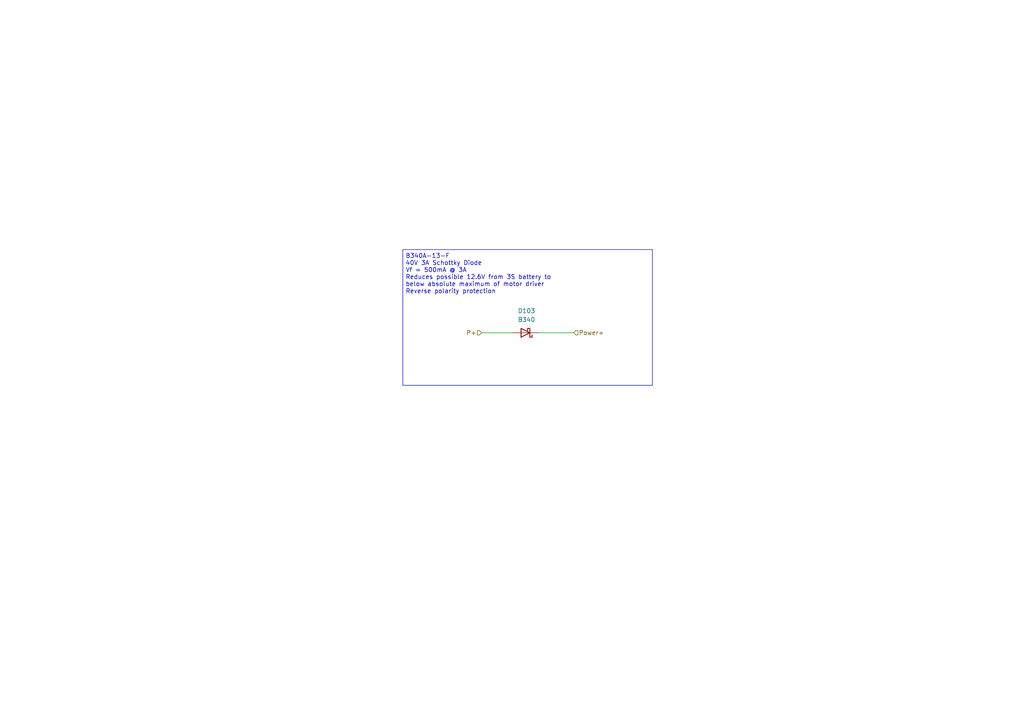
<source format=kicad_sch>
(kicad_sch (version 20231120) (generator "eeschema") (generator_version "8.0")
  (paper "A4")
  (title_block (date "2025-02-11"))
  (lib_symbols
    (symbol "Diode:B340" (pin_numbers hide) (pin_names (offset 1.016) hide)
      (property "Reference" "D" (at 0 2.54 0))
      (property "Value" "B340" (at 0 -2.54 0))
      (symbol "B340_0_1"
        (polyline (pts (xy 1.27 0) (xy -1.27 0)))
        (polyline (pts (xy 1.27 1.27) (xy 1.27 -1.27) (xy -1.27 0) (xy 1.27 1.27)) (stroke (width 0.254)))
        (polyline (pts (xy -1.905 0.635) (xy -1.905 1.27) (xy -1.27 1.27) (xy -1.27 -1.27) (xy -0.635 -1.27) (xy -0.635 -0.635)) (stroke (width 0.254)))
      )
      (symbol "B340_1_1"
        (pin passive line (at -3.81 0 0) (length 2.54) (name "K") (number "1"))
        (pin passive line (at 3.81 0 180) (length 2.54) (name "A") (number "2"))
      )
    )
  )
  (wire (pts (xy 156.21 96.52) (xy 166.37 96.52)))
  (wire (pts (xy 139.7 96.52) (xy 148.59 96.52)))
  (rectangle (start 116.84 72.39) (end 189.23 111.76))
  (text "B340A-13-F\n40V 3A Schottky Diode\nVf = 500mA @ 3A\nReduces possible 12.6V from 3S battery to \nbelow absolute maximum of motor driver\nReverse polarity protection\n" (at 117.602 79.502 0) (effects (font (size 1.27 1.27)) (justify left)))
  (hierarchical_label "Power+" (shape input) (at 166.37 96.52 0))
  (hierarchical_label "P+" (shape input) (at 139.7 96.52 180))
  (symbol (lib_id "Diode:B340") (at 152.4 96.52 180) (unit 1)
    (property "Reference" "D103" (at 152.7175 90.17 0))
    (property "Value" "B340" (at 152.7175 92.71 0))
    (property "Footprint" "Diode_SMD:D_SMC" (effects (hide yes)))
    (property "Datasheet" "http://www.jameco.com/Jameco/Products/ProdDS/1538777.pdf" (effects (hide yes)))
    (property "Description" "40V 3A Schottky Barrier Rectifier Diode, SMC" (effects (hide yes)))
    (property "DIGIKEY LINK" "https://www.digikey.com/en/products/detail/diodes-incorporated/B340-13-F/768768" (effects (hide yes)))
  )
)
</source>
